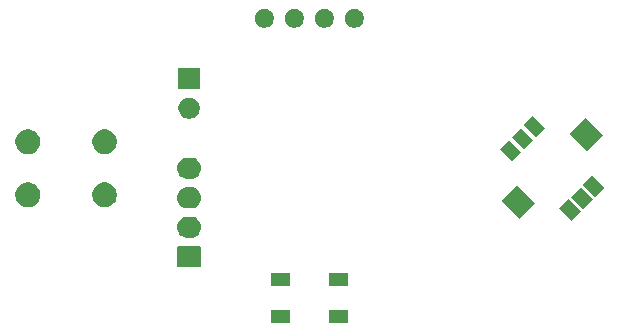
<source format=gbr>
G04 #@! TF.GenerationSoftware,KiCad,Pcbnew,(5.1.5)-3*
G04 #@! TF.CreationDate,2020-07-01T01:16:44-04:00*
G04 #@! TF.ProjectId,V0_Micro_Display,56305f4d-6963-4726-9f5f-446973706c61,rev?*
G04 #@! TF.SameCoordinates,Original*
G04 #@! TF.FileFunction,Soldermask,Top*
G04 #@! TF.FilePolarity,Negative*
%FSLAX46Y46*%
G04 Gerber Fmt 4.6, Leading zero omitted, Abs format (unit mm)*
G04 Created by KiCad (PCBNEW (5.1.5)-3) date 2020-07-01 01:16:44*
%MOMM*%
%LPD*%
G04 APERTURE LIST*
%ADD10C,0.100000*%
G04 APERTURE END LIST*
D10*
G36*
X3251000Y-13151000D02*
G01*
X1649000Y-13151000D01*
X1649000Y-12049000D01*
X3251000Y-12049000D01*
X3251000Y-13151000D01*
G37*
G36*
X-1649000Y-13151000D02*
G01*
X-3251000Y-13151000D01*
X-3251000Y-12049000D01*
X-1649000Y-12049000D01*
X-1649000Y-13151000D01*
G37*
G36*
X-1649000Y-9951000D02*
G01*
X-3251000Y-9951000D01*
X-3251000Y-8849000D01*
X-1649000Y-8849000D01*
X-1649000Y-9951000D01*
G37*
G36*
X3251000Y-9951000D02*
G01*
X1649000Y-9951000D01*
X1649000Y-8849000D01*
X3251000Y-8849000D01*
X3251000Y-9951000D01*
G37*
G36*
X-9276400Y-6602989D02*
G01*
X-9243348Y-6613015D01*
X-9212897Y-6629292D01*
X-9186201Y-6651201D01*
X-9164292Y-6677897D01*
X-9148015Y-6708348D01*
X-9137989Y-6741400D01*
X-9134000Y-6781903D01*
X-9134000Y-8218097D01*
X-9137989Y-8258600D01*
X-9148015Y-8291652D01*
X-9164292Y-8322103D01*
X-9186201Y-8348799D01*
X-9212897Y-8370708D01*
X-9243348Y-8386985D01*
X-9276400Y-8397011D01*
X-9316903Y-8401000D01*
X-11003097Y-8401000D01*
X-11043600Y-8397011D01*
X-11076652Y-8386985D01*
X-11107103Y-8370708D01*
X-11133799Y-8348799D01*
X-11155708Y-8322103D01*
X-11171985Y-8291652D01*
X-11182011Y-8258600D01*
X-11186000Y-8218097D01*
X-11186000Y-6781903D01*
X-11182011Y-6741400D01*
X-11171985Y-6708348D01*
X-11155708Y-6677897D01*
X-11133799Y-6651201D01*
X-11107103Y-6629292D01*
X-11076652Y-6613015D01*
X-11043600Y-6602989D01*
X-11003097Y-6599000D01*
X-9316903Y-6599000D01*
X-9276400Y-6602989D01*
G37*
G36*
X-9924557Y-4105519D02*
G01*
X-9858373Y-4112037D01*
X-9688534Y-4163557D01*
X-9532009Y-4247222D01*
X-9496271Y-4276552D01*
X-9394814Y-4359814D01*
X-9330232Y-4438509D01*
X-9282222Y-4497009D01*
X-9198557Y-4653534D01*
X-9147037Y-4823373D01*
X-9129641Y-5000000D01*
X-9147037Y-5176627D01*
X-9198557Y-5346466D01*
X-9282222Y-5502991D01*
X-9311552Y-5538729D01*
X-9394814Y-5640186D01*
X-9496271Y-5723448D01*
X-9532009Y-5752778D01*
X-9688534Y-5836443D01*
X-9858373Y-5887963D01*
X-9924558Y-5894482D01*
X-9990740Y-5901000D01*
X-10329260Y-5901000D01*
X-10395443Y-5894481D01*
X-10461627Y-5887963D01*
X-10631466Y-5836443D01*
X-10787991Y-5752778D01*
X-10823729Y-5723448D01*
X-10925186Y-5640186D01*
X-11008448Y-5538729D01*
X-11037778Y-5502991D01*
X-11121443Y-5346466D01*
X-11172963Y-5176627D01*
X-11190359Y-5000000D01*
X-11172963Y-4823373D01*
X-11121443Y-4653534D01*
X-11037778Y-4497009D01*
X-10989768Y-4438509D01*
X-10925186Y-4359814D01*
X-10823729Y-4276552D01*
X-10787991Y-4247222D01*
X-10631466Y-4163557D01*
X-10461627Y-4112037D01*
X-10395443Y-4105519D01*
X-10329260Y-4099000D01*
X-9990740Y-4099000D01*
X-9924557Y-4105519D01*
G37*
G36*
X22997255Y-3659278D02*
G01*
X22218024Y-4438509D01*
X21191305Y-3411790D01*
X21970536Y-2632559D01*
X22997255Y-3659278D01*
G37*
G36*
X19125846Y-2934493D02*
G01*
X17780929Y-4279410D01*
X16294590Y-2793071D01*
X17639507Y-1448154D01*
X19125846Y-2934493D01*
G37*
G36*
X24004882Y-2651651D02*
G01*
X23225651Y-3430882D01*
X22198932Y-2404163D01*
X22978163Y-1624932D01*
X24004882Y-2651651D01*
G37*
G36*
X-9924557Y-1605519D02*
G01*
X-9858373Y-1612037D01*
X-9688534Y-1663557D01*
X-9532009Y-1747222D01*
X-9525984Y-1752167D01*
X-9394814Y-1859814D01*
X-9311552Y-1961271D01*
X-9282222Y-1997009D01*
X-9198557Y-2153534D01*
X-9147037Y-2323373D01*
X-9129641Y-2500000D01*
X-9147037Y-2676627D01*
X-9198557Y-2846466D01*
X-9282222Y-3002991D01*
X-9311552Y-3038729D01*
X-9394814Y-3140186D01*
X-9496271Y-3223448D01*
X-9532009Y-3252778D01*
X-9688534Y-3336443D01*
X-9858373Y-3387963D01*
X-9924557Y-3394481D01*
X-9990740Y-3401000D01*
X-10329260Y-3401000D01*
X-10395443Y-3394481D01*
X-10461627Y-3387963D01*
X-10631466Y-3336443D01*
X-10787991Y-3252778D01*
X-10823729Y-3223448D01*
X-10925186Y-3140186D01*
X-11008448Y-3038729D01*
X-11037778Y-3002991D01*
X-11121443Y-2846466D01*
X-11172963Y-2676627D01*
X-11190359Y-2500000D01*
X-11172963Y-2323373D01*
X-11121443Y-2153534D01*
X-11037778Y-1997009D01*
X-11008448Y-1961271D01*
X-10925186Y-1859814D01*
X-10794016Y-1752167D01*
X-10787991Y-1747222D01*
X-10631466Y-1663557D01*
X-10461627Y-1612037D01*
X-10395443Y-1605519D01*
X-10329260Y-1599000D01*
X-9990740Y-1599000D01*
X-9924557Y-1605519D01*
G37*
G36*
X-23513436Y-1239389D02*
G01*
X-23322167Y-1318615D01*
X-23322165Y-1318616D01*
X-23150027Y-1433635D01*
X-23003635Y-1580027D01*
X-22891919Y-1747221D01*
X-22888615Y-1752167D01*
X-22809389Y-1943436D01*
X-22769000Y-2146484D01*
X-22769000Y-2353516D01*
X-22809389Y-2556564D01*
X-22859120Y-2676625D01*
X-22888616Y-2747835D01*
X-23003635Y-2919973D01*
X-23150027Y-3066365D01*
X-23322165Y-3181384D01*
X-23322166Y-3181385D01*
X-23322167Y-3181385D01*
X-23513436Y-3260611D01*
X-23716484Y-3301000D01*
X-23923516Y-3301000D01*
X-24126564Y-3260611D01*
X-24317833Y-3181385D01*
X-24317834Y-3181385D01*
X-24317835Y-3181384D01*
X-24489973Y-3066365D01*
X-24636365Y-2919973D01*
X-24751384Y-2747835D01*
X-24780880Y-2676625D01*
X-24830611Y-2556564D01*
X-24871000Y-2353516D01*
X-24871000Y-2146484D01*
X-24830611Y-1943436D01*
X-24751385Y-1752167D01*
X-24748080Y-1747221D01*
X-24636365Y-1580027D01*
X-24489973Y-1433635D01*
X-24317835Y-1318616D01*
X-24317833Y-1318615D01*
X-24126564Y-1239389D01*
X-23923516Y-1199000D01*
X-23716484Y-1199000D01*
X-23513436Y-1239389D01*
G37*
G36*
X-17013436Y-1239389D02*
G01*
X-16822167Y-1318615D01*
X-16822165Y-1318616D01*
X-16650027Y-1433635D01*
X-16503635Y-1580027D01*
X-16391919Y-1747221D01*
X-16388615Y-1752167D01*
X-16309389Y-1943436D01*
X-16269000Y-2146484D01*
X-16269000Y-2353516D01*
X-16309389Y-2556564D01*
X-16359120Y-2676625D01*
X-16388616Y-2747835D01*
X-16503635Y-2919973D01*
X-16650027Y-3066365D01*
X-16822165Y-3181384D01*
X-16822166Y-3181385D01*
X-16822167Y-3181385D01*
X-17013436Y-3260611D01*
X-17216484Y-3301000D01*
X-17423516Y-3301000D01*
X-17626564Y-3260611D01*
X-17817833Y-3181385D01*
X-17817834Y-3181385D01*
X-17817835Y-3181384D01*
X-17989973Y-3066365D01*
X-18136365Y-2919973D01*
X-18251384Y-2747835D01*
X-18280880Y-2676625D01*
X-18330611Y-2556564D01*
X-18371000Y-2353516D01*
X-18371000Y-2146484D01*
X-18330611Y-1943436D01*
X-18251385Y-1752167D01*
X-18248080Y-1747221D01*
X-18136365Y-1580027D01*
X-17989973Y-1433635D01*
X-17817835Y-1318616D01*
X-17817833Y-1318615D01*
X-17626564Y-1239389D01*
X-17423516Y-1199000D01*
X-17216484Y-1199000D01*
X-17013436Y-1239389D01*
G37*
G36*
X25012509Y-1644024D02*
G01*
X24233278Y-2423255D01*
X23206559Y-1396536D01*
X23985790Y-617305D01*
X25012509Y-1644024D01*
G37*
G36*
X-9924558Y894482D02*
G01*
X-9858373Y887963D01*
X-9688534Y836443D01*
X-9532009Y752778D01*
X-9496271Y723448D01*
X-9394814Y640186D01*
X-9311552Y538729D01*
X-9282222Y502991D01*
X-9198557Y346466D01*
X-9147037Y176627D01*
X-9129641Y0D01*
X-9147037Y-176627D01*
X-9198557Y-346466D01*
X-9282222Y-502991D01*
X-9311552Y-538729D01*
X-9394814Y-640186D01*
X-9496271Y-723448D01*
X-9532009Y-752778D01*
X-9688534Y-836443D01*
X-9858373Y-887963D01*
X-9924558Y-894482D01*
X-9990740Y-901000D01*
X-10329260Y-901000D01*
X-10395442Y-894482D01*
X-10461627Y-887963D01*
X-10631466Y-836443D01*
X-10787991Y-752778D01*
X-10823729Y-723448D01*
X-10925186Y-640186D01*
X-11008448Y-538729D01*
X-11037778Y-502991D01*
X-11121443Y-346466D01*
X-11172963Y-176627D01*
X-11190359Y0D01*
X-11172963Y176627D01*
X-11121443Y346466D01*
X-11037778Y502991D01*
X-11008448Y538729D01*
X-10925186Y640186D01*
X-10823729Y723448D01*
X-10787991Y752778D01*
X-10631466Y836443D01*
X-10461627Y887963D01*
X-10395442Y894482D01*
X-10329260Y901000D01*
X-9990740Y901000D01*
X-9924558Y894482D01*
G37*
G36*
X17941441Y1396536D02*
G01*
X17162210Y617305D01*
X16135491Y1644024D01*
X16914722Y2423255D01*
X17941441Y1396536D01*
G37*
G36*
X-23513436Y3260611D02*
G01*
X-23322167Y3181385D01*
X-23322165Y3181384D01*
X-23150027Y3066365D01*
X-23003635Y2919973D01*
X-22888615Y2747833D01*
X-22809389Y2556564D01*
X-22769000Y2353516D01*
X-22769000Y2146484D01*
X-22809389Y1943436D01*
X-22888615Y1752167D01*
X-22888616Y1752165D01*
X-23003635Y1580027D01*
X-23150027Y1433635D01*
X-23322165Y1318616D01*
X-23322166Y1318615D01*
X-23322167Y1318615D01*
X-23513436Y1239389D01*
X-23716484Y1199000D01*
X-23923516Y1199000D01*
X-24126564Y1239389D01*
X-24317833Y1318615D01*
X-24317834Y1318615D01*
X-24317835Y1318616D01*
X-24489973Y1433635D01*
X-24636365Y1580027D01*
X-24751384Y1752165D01*
X-24751385Y1752167D01*
X-24830611Y1943436D01*
X-24871000Y2146484D01*
X-24871000Y2353516D01*
X-24830611Y2556564D01*
X-24751385Y2747833D01*
X-24636365Y2919973D01*
X-24489973Y3066365D01*
X-24317835Y3181384D01*
X-24317833Y3181385D01*
X-24126564Y3260611D01*
X-23923516Y3301000D01*
X-23716484Y3301000D01*
X-23513436Y3260611D01*
G37*
G36*
X-17013436Y3260611D02*
G01*
X-16822167Y3181385D01*
X-16822165Y3181384D01*
X-16650027Y3066365D01*
X-16503635Y2919973D01*
X-16388615Y2747833D01*
X-16309389Y2556564D01*
X-16269000Y2353516D01*
X-16269000Y2146484D01*
X-16309389Y1943436D01*
X-16388615Y1752167D01*
X-16388616Y1752165D01*
X-16503635Y1580027D01*
X-16650027Y1433635D01*
X-16822165Y1318616D01*
X-16822166Y1318615D01*
X-16822167Y1318615D01*
X-17013436Y1239389D01*
X-17216484Y1199000D01*
X-17423516Y1199000D01*
X-17626564Y1239389D01*
X-17817833Y1318615D01*
X-17817834Y1318615D01*
X-17817835Y1318616D01*
X-17989973Y1433635D01*
X-18136365Y1580027D01*
X-18251384Y1752165D01*
X-18251385Y1752167D01*
X-18330611Y1943436D01*
X-18371000Y2146484D01*
X-18371000Y2353516D01*
X-18330611Y2556564D01*
X-18251385Y2747833D01*
X-18136365Y2919973D01*
X-17989973Y3066365D01*
X-17817835Y3181384D01*
X-17817833Y3181385D01*
X-17626564Y3260611D01*
X-17423516Y3301000D01*
X-17216484Y3301000D01*
X-17013436Y3260611D01*
G37*
G36*
X24853410Y2793071D02*
G01*
X23508493Y1448154D01*
X22022154Y2934493D01*
X23367071Y4279410D01*
X24853410Y2793071D01*
G37*
G36*
X18949068Y2404163D02*
G01*
X18169837Y1624932D01*
X17143118Y2651651D01*
X17922349Y3430882D01*
X18949068Y2404163D01*
G37*
G36*
X19956695Y3411790D02*
G01*
X19177464Y2632559D01*
X18150745Y3659278D01*
X18929976Y4438509D01*
X19956695Y3411790D01*
G37*
G36*
X-10046488Y5976073D02*
G01*
X-9897188Y5946376D01*
X-9733216Y5878456D01*
X-9585646Y5779853D01*
X-9460147Y5654354D01*
X-9361544Y5506784D01*
X-9293624Y5342812D01*
X-9259000Y5168741D01*
X-9259000Y4991259D01*
X-9293624Y4817188D01*
X-9361544Y4653216D01*
X-9460147Y4505646D01*
X-9585646Y4380147D01*
X-9733216Y4281544D01*
X-9897188Y4213624D01*
X-10046488Y4183927D01*
X-10071258Y4179000D01*
X-10248742Y4179000D01*
X-10273512Y4183927D01*
X-10422812Y4213624D01*
X-10586784Y4281544D01*
X-10734354Y4380147D01*
X-10859853Y4505646D01*
X-10958456Y4653216D01*
X-11026376Y4817188D01*
X-11061000Y4991259D01*
X-11061000Y5168741D01*
X-11026376Y5342812D01*
X-10958456Y5506784D01*
X-10859853Y5654354D01*
X-10734354Y5779853D01*
X-10586784Y5878456D01*
X-10422812Y5946376D01*
X-10273512Y5976073D01*
X-10248742Y5981000D01*
X-10071258Y5981000D01*
X-10046488Y5976073D01*
G37*
G36*
X-9259000Y6719000D02*
G01*
X-11061000Y6719000D01*
X-11061000Y8521000D01*
X-9259000Y8521000D01*
X-9259000Y6719000D01*
G37*
G36*
X1507142Y13481758D02*
G01*
X1655101Y13420471D01*
X1788255Y13331501D01*
X1901501Y13218255D01*
X1990471Y13085101D01*
X2051758Y12937142D01*
X2083000Y12780075D01*
X2083000Y12619925D01*
X2051758Y12462858D01*
X1990471Y12314899D01*
X1901501Y12181745D01*
X1788255Y12068499D01*
X1655101Y11979529D01*
X1507142Y11918242D01*
X1350075Y11887000D01*
X1189925Y11887000D01*
X1032858Y11918242D01*
X884899Y11979529D01*
X751745Y12068499D01*
X638499Y12181745D01*
X549529Y12314899D01*
X488242Y12462858D01*
X457000Y12619925D01*
X457000Y12780075D01*
X488242Y12937142D01*
X549529Y13085101D01*
X638499Y13218255D01*
X751745Y13331501D01*
X884899Y13420471D01*
X1032858Y13481758D01*
X1189925Y13513000D01*
X1350075Y13513000D01*
X1507142Y13481758D01*
G37*
G36*
X4047142Y13481758D02*
G01*
X4195101Y13420471D01*
X4328255Y13331501D01*
X4441501Y13218255D01*
X4530471Y13085101D01*
X4591758Y12937142D01*
X4623000Y12780075D01*
X4623000Y12619925D01*
X4591758Y12462858D01*
X4530471Y12314899D01*
X4441501Y12181745D01*
X4328255Y12068499D01*
X4195101Y11979529D01*
X4047142Y11918242D01*
X3890075Y11887000D01*
X3729925Y11887000D01*
X3572858Y11918242D01*
X3424899Y11979529D01*
X3291745Y12068499D01*
X3178499Y12181745D01*
X3089529Y12314899D01*
X3028242Y12462858D01*
X2997000Y12619925D01*
X2997000Y12780075D01*
X3028242Y12937142D01*
X3089529Y13085101D01*
X3178499Y13218255D01*
X3291745Y13331501D01*
X3424899Y13420471D01*
X3572858Y13481758D01*
X3729925Y13513000D01*
X3890075Y13513000D01*
X4047142Y13481758D01*
G37*
G36*
X-3572858Y13481758D02*
G01*
X-3424899Y13420471D01*
X-3291745Y13331501D01*
X-3178499Y13218255D01*
X-3089529Y13085101D01*
X-3028242Y12937142D01*
X-2997000Y12780075D01*
X-2997000Y12619925D01*
X-3028242Y12462858D01*
X-3089529Y12314899D01*
X-3178499Y12181745D01*
X-3291745Y12068499D01*
X-3424899Y11979529D01*
X-3572858Y11918242D01*
X-3729925Y11887000D01*
X-3890075Y11887000D01*
X-4047142Y11918242D01*
X-4195101Y11979529D01*
X-4328255Y12068499D01*
X-4441501Y12181745D01*
X-4530471Y12314899D01*
X-4591758Y12462858D01*
X-4623000Y12619925D01*
X-4623000Y12780075D01*
X-4591758Y12937142D01*
X-4530471Y13085101D01*
X-4441501Y13218255D01*
X-4328255Y13331501D01*
X-4195101Y13420471D01*
X-4047142Y13481758D01*
X-3890075Y13513000D01*
X-3729925Y13513000D01*
X-3572858Y13481758D01*
G37*
G36*
X-1032858Y13481758D02*
G01*
X-884899Y13420471D01*
X-751745Y13331501D01*
X-638499Y13218255D01*
X-549529Y13085101D01*
X-488242Y12937142D01*
X-457000Y12780075D01*
X-457000Y12619925D01*
X-488242Y12462858D01*
X-549529Y12314899D01*
X-638499Y12181745D01*
X-751745Y12068499D01*
X-884899Y11979529D01*
X-1032858Y11918242D01*
X-1189925Y11887000D01*
X-1350075Y11887000D01*
X-1507142Y11918242D01*
X-1655101Y11979529D01*
X-1788255Y12068499D01*
X-1901501Y12181745D01*
X-1990471Y12314899D01*
X-2051758Y12462858D01*
X-2083000Y12619925D01*
X-2083000Y12780075D01*
X-2051758Y12937142D01*
X-1990471Y13085101D01*
X-1901501Y13218255D01*
X-1788255Y13331501D01*
X-1655101Y13420471D01*
X-1507142Y13481758D01*
X-1350075Y13513000D01*
X-1189925Y13513000D01*
X-1032858Y13481758D01*
G37*
M02*

</source>
